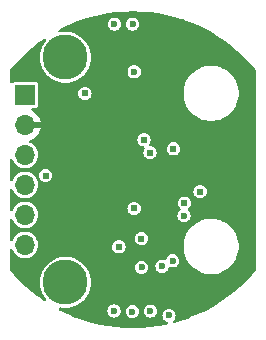
<source format=gbr>
%TF.GenerationSoftware,KiCad,Pcbnew,8.0.4-8.0.4-0~ubuntu22.04.1*%
%TF.CreationDate,2024-08-31T09:44:10-07:00*%
%TF.ProjectId,mag-encoder,6d61672d-656e-4636-9f64-65722e6b6963,2*%
%TF.SameCoordinates,Original*%
%TF.FileFunction,Copper,L2,Inr*%
%TF.FilePolarity,Positive*%
%FSLAX46Y46*%
G04 Gerber Fmt 4.6, Leading zero omitted, Abs format (unit mm)*
G04 Created by KiCad (PCBNEW 8.0.4-8.0.4-0~ubuntu22.04.1) date 2024-08-31 09:44:10*
%MOMM*%
%LPD*%
G01*
G04 APERTURE LIST*
%TA.AperFunction,ComponentPad*%
%ADD10C,3.810000*%
%TD*%
%TA.AperFunction,ComponentPad*%
%ADD11R,1.700000X1.700000*%
%TD*%
%TA.AperFunction,ComponentPad*%
%ADD12O,1.700000X1.700000*%
%TD*%
%TA.AperFunction,ViaPad*%
%ADD13C,0.600000*%
%TD*%
%TA.AperFunction,ViaPad*%
%ADD14C,0.609600*%
%TD*%
G04 APERTURE END LIST*
D10*
%TO.N,*%
%TO.C,H1*%
X224840800Y-114046000D03*
%TD*%
D11*
%TO.N,GND*%
%TO.C,J1*%
X221411800Y-117221000D03*
D12*
%TO.N,+3.3V*%
X221411800Y-119761000D03*
%TO.N,/CS*%
X221411800Y-122301000D03*
%TO.N,/MOSI*%
X221411800Y-124841000D03*
%TO.N,/MISO*%
X221411800Y-127381000D03*
%TO.N,/SCLK*%
X221411800Y-129921000D03*
%TD*%
D10*
%TO.N,*%
%TO.C,H2*%
X224840800Y-133096000D03*
%TD*%
D13*
%TO.N,+3.3V*%
X232689400Y-111175800D03*
D14*
X233464100Y-125260100D03*
X231317800Y-125984000D03*
D13*
X233248200Y-134518400D03*
X228473000Y-115417600D03*
%TO.N,GND*%
X230657400Y-115265200D03*
D14*
X226491800Y-117094000D03*
X232003600Y-122097800D03*
D13*
X228955600Y-135509000D03*
X232029000Y-135509000D03*
D14*
X233984800Y-121793000D03*
D13*
%TO.N,+5V*%
X230530400Y-111226600D03*
%TO.N,Net-(D4-A)*%
X231292400Y-131826000D03*
%TO.N,Net-(D1-K)*%
X228981000Y-111226600D03*
%TO.N,Net-(D3-A)*%
X233924399Y-131273400D03*
%TO.N,Net-(D4-K)*%
X230505000Y-135559800D03*
D14*
X229368646Y-130086100D03*
X231267000Y-129387600D03*
%TO.N,/A*%
X223157754Y-124046954D03*
%TO.N,/B*%
X236245400Y-125412501D03*
%TO.N,/PWM*%
X234911727Y-126377562D03*
D13*
%TO.N,Net-(Q1-D)*%
X233603800Y-135890000D03*
%TO.N,Net-(Q1-G)*%
X234883106Y-127441105D03*
%TO.N,Net-(D5-A)*%
X233019600Y-131724400D03*
D14*
%TO.N,/MISO*%
X231495600Y-121031000D03*
X230657400Y-126822200D03*
%TD*%
%TA.AperFunction,Conductor*%
%TO.N,+3.3V*%
G36*
X231263939Y-110169733D02*
G01*
X231270471Y-110170079D01*
X231973341Y-110226166D01*
X231979872Y-110226862D01*
X232678775Y-110320167D01*
X232685272Y-110321210D01*
X233378224Y-110451465D01*
X233384633Y-110452847D01*
X234069741Y-110619697D01*
X234076031Y-110621407D01*
X234634545Y-110789277D01*
X234751293Y-110824368D01*
X234757544Y-110826429D01*
X235089309Y-110945679D01*
X235421081Y-111064933D01*
X235427198Y-111067316D01*
X235805895Y-111226601D01*
X236077126Y-111340684D01*
X236083124Y-111343396D01*
X236717654Y-111650876D01*
X236723496Y-111653902D01*
X237217818Y-111926731D01*
X237340772Y-111994592D01*
X237346444Y-111997921D01*
X237944831Y-112370922D01*
X237950297Y-112374535D01*
X238094404Y-112475360D01*
X238528022Y-112778743D01*
X238533313Y-112782658D01*
X238710674Y-112921329D01*
X239088793Y-113216964D01*
X239093834Y-113221126D01*
X239370338Y-113462012D01*
X239625474Y-113684283D01*
X239630315Y-113688731D01*
X239712634Y-113768514D01*
X240136626Y-114179444D01*
X240141229Y-114184148D01*
X240620788Y-114701033D01*
X240625135Y-114705975D01*
X240785313Y-114898136D01*
X240863439Y-114991862D01*
X240940549Y-115084368D01*
X240968353Y-115148467D01*
X240969300Y-115163764D01*
X240969300Y-131977739D01*
X240949615Y-132044778D01*
X240940439Y-132057266D01*
X240625188Y-132434408D01*
X240620843Y-132439334D01*
X240141037Y-132955165D01*
X240136438Y-132959855D01*
X239629944Y-133449598D01*
X239625102Y-133454037D01*
X239093413Y-133916245D01*
X239088343Y-133920422D01*
X238532919Y-134353828D01*
X238527635Y-134357731D01*
X237950026Y-134761126D01*
X237944543Y-134764743D01*
X237346393Y-135136975D01*
X237340726Y-135140297D01*
X236723695Y-135480335D01*
X236717860Y-135483352D01*
X236083693Y-135790236D01*
X236077706Y-135792940D01*
X235428155Y-136065819D01*
X235422051Y-136068194D01*
X234901394Y-136255148D01*
X234758994Y-136306281D01*
X234752755Y-136308336D01*
X234113350Y-136500365D01*
X234043482Y-136500795D01*
X233984473Y-136463383D01*
X233955057Y-136400007D01*
X233964575Y-136330789D01*
X233994841Y-136292535D01*
X233993527Y-136291221D01*
X233999269Y-136285477D01*
X233999274Y-136285474D01*
X234088155Y-136169643D01*
X234144028Y-136034754D01*
X234156732Y-135938251D01*
X234163085Y-135890001D01*
X234163085Y-135889998D01*
X234144028Y-135745247D01*
X234144028Y-135745246D01*
X234088155Y-135610358D01*
X233999274Y-135494526D01*
X233883443Y-135405645D01*
X233883440Y-135405644D01*
X233883438Y-135405642D01*
X233748557Y-135349773D01*
X233748552Y-135349771D01*
X233603801Y-135330715D01*
X233603799Y-135330715D01*
X233459047Y-135349771D01*
X233459045Y-135349772D01*
X233324161Y-135405643D01*
X233324158Y-135405644D01*
X233324158Y-135405645D01*
X233311905Y-135415047D01*
X233208326Y-135494526D01*
X233119443Y-135610361D01*
X233063572Y-135745245D01*
X233063571Y-135745247D01*
X233044515Y-135889998D01*
X233044515Y-135890001D01*
X233063571Y-136034752D01*
X233063573Y-136034757D01*
X233119442Y-136169638D01*
X233119445Y-136169644D01*
X233208325Y-136285473D01*
X233208326Y-136285474D01*
X233324155Y-136374354D01*
X233324161Y-136374357D01*
X233460514Y-136430836D01*
X233514918Y-136474677D01*
X233536983Y-136540971D01*
X233519704Y-136608670D01*
X233468567Y-136656281D01*
X233442388Y-136665879D01*
X233387127Y-136679330D01*
X233380707Y-136680714D01*
X232688310Y-136810857D01*
X232681824Y-136811899D01*
X231983508Y-136905192D01*
X231976976Y-136905889D01*
X231274699Y-136962070D01*
X231268140Y-136962420D01*
X230563890Y-136981332D01*
X230557321Y-136981335D01*
X229853021Y-136962925D01*
X229846461Y-136962579D01*
X229144162Y-136906901D01*
X229137630Y-136906209D01*
X228439231Y-136813413D01*
X228432744Y-136812375D01*
X227740273Y-136682730D01*
X227733851Y-136681351D01*
X227049191Y-136515211D01*
X227042851Y-136513493D01*
X226367959Y-136311333D01*
X226361718Y-136309282D01*
X225698491Y-136071669D01*
X225692368Y-136069291D01*
X225042629Y-135796880D01*
X225036640Y-135794180D01*
X225025179Y-135788644D01*
X224827272Y-135693048D01*
X224446245Y-135508998D01*
X228396315Y-135508998D01*
X228396315Y-135509001D01*
X228415371Y-135653752D01*
X228415373Y-135653757D01*
X228471242Y-135788638D01*
X228471245Y-135788644D01*
X228560125Y-135904473D01*
X228560126Y-135904474D01*
X228675955Y-135993354D01*
X228675961Y-135993357D01*
X228743401Y-136021291D01*
X228810846Y-136049228D01*
X228883223Y-136058756D01*
X228955599Y-136068285D01*
X228955600Y-136068285D01*
X228955601Y-136068285D01*
X229003851Y-136061932D01*
X229100354Y-136049228D01*
X229235243Y-135993355D01*
X229351074Y-135904474D01*
X229439955Y-135788643D01*
X229495828Y-135653754D01*
X229508197Y-135559798D01*
X229945715Y-135559798D01*
X229945715Y-135559801D01*
X229964771Y-135704552D01*
X229964773Y-135704557D01*
X230020642Y-135839438D01*
X230020645Y-135839444D01*
X230109525Y-135955273D01*
X230109526Y-135955274D01*
X230225355Y-136044154D01*
X230225361Y-136044157D01*
X230289102Y-136070559D01*
X230360246Y-136100028D01*
X230432623Y-136109556D01*
X230504999Y-136119085D01*
X230505000Y-136119085D01*
X230505001Y-136119085D01*
X230553251Y-136112732D01*
X230649754Y-136100028D01*
X230784643Y-136044155D01*
X230900474Y-135955274D01*
X230989355Y-135839443D01*
X231045228Y-135704554D01*
X231064285Y-135559800D01*
X231057597Y-135508998D01*
X231469715Y-135508998D01*
X231469715Y-135509001D01*
X231488771Y-135653752D01*
X231488773Y-135653757D01*
X231544642Y-135788638D01*
X231544645Y-135788644D01*
X231633525Y-135904473D01*
X231633526Y-135904474D01*
X231749355Y-135993354D01*
X231749361Y-135993357D01*
X231816801Y-136021291D01*
X231884246Y-136049228D01*
X231956623Y-136058756D01*
X232028999Y-136068285D01*
X232029000Y-136068285D01*
X232029001Y-136068285D01*
X232077251Y-136061932D01*
X232173754Y-136049228D01*
X232308643Y-135993355D01*
X232424474Y-135904474D01*
X232513355Y-135788643D01*
X232569228Y-135653754D01*
X232588285Y-135509000D01*
X232586379Y-135494526D01*
X232569228Y-135364247D01*
X232569228Y-135364246D01*
X232513355Y-135229358D01*
X232424474Y-135113526D01*
X232308643Y-135024645D01*
X232308640Y-135024644D01*
X232308638Y-135024642D01*
X232173757Y-134968773D01*
X232173752Y-134968771D01*
X232029001Y-134949715D01*
X232028999Y-134949715D01*
X231884247Y-134968771D01*
X231884245Y-134968772D01*
X231749361Y-135024643D01*
X231749358Y-135024644D01*
X231749358Y-135024645D01*
X231633526Y-135113526D01*
X231555455Y-135215271D01*
X231544643Y-135229361D01*
X231488772Y-135364245D01*
X231488771Y-135364247D01*
X231469715Y-135508998D01*
X231057597Y-135508998D01*
X231045228Y-135415046D01*
X230989355Y-135280158D01*
X230900474Y-135164326D01*
X230784643Y-135075445D01*
X230784640Y-135075444D01*
X230784638Y-135075442D01*
X230649757Y-135019573D01*
X230649752Y-135019571D01*
X230505001Y-135000515D01*
X230504999Y-135000515D01*
X230360247Y-135019571D01*
X230360245Y-135019572D01*
X230225361Y-135075443D01*
X230225358Y-135075444D01*
X230225358Y-135075445D01*
X230145171Y-135136975D01*
X230109526Y-135164326D01*
X230020643Y-135280161D01*
X229964772Y-135415045D01*
X229964771Y-135415047D01*
X229945715Y-135559798D01*
X229508197Y-135559798D01*
X229514885Y-135509000D01*
X229512979Y-135494526D01*
X229495828Y-135364247D01*
X229495828Y-135364246D01*
X229439955Y-135229358D01*
X229351074Y-135113526D01*
X229235243Y-135024645D01*
X229235240Y-135024644D01*
X229235238Y-135024642D01*
X229100357Y-134968773D01*
X229100352Y-134968771D01*
X228955601Y-134949715D01*
X228955599Y-134949715D01*
X228810847Y-134968771D01*
X228810845Y-134968772D01*
X228675961Y-135024643D01*
X228675958Y-135024644D01*
X228675958Y-135024645D01*
X228560126Y-135113526D01*
X228482055Y-135215271D01*
X228471243Y-135229361D01*
X228415372Y-135364245D01*
X228415371Y-135364247D01*
X228396315Y-135508998D01*
X224446245Y-135508998D01*
X224402254Y-135487749D01*
X224396416Y-135484736D01*
X224393900Y-135483352D01*
X224328600Y-135447426D01*
X224279352Y-135397864D01*
X224264717Y-135329545D01*
X224289341Y-135264158D01*
X224345407Y-135222464D01*
X224405252Y-135215938D01*
X224663469Y-135251429D01*
X224693085Y-135255500D01*
X224693086Y-135255500D01*
X224988515Y-135255500D01*
X225020068Y-135251163D01*
X225281190Y-135215273D01*
X225565662Y-135135567D01*
X225821030Y-135024645D01*
X225836630Y-135017869D01*
X225836632Y-135017868D01*
X226089051Y-134864369D01*
X226318218Y-134677928D01*
X226519863Y-134462019D01*
X226690230Y-134220663D01*
X226826146Y-133958357D01*
X226925079Y-133679988D01*
X226985185Y-133390739D01*
X227005346Y-133096000D01*
X226985185Y-132801261D01*
X226925079Y-132512012D01*
X226913099Y-132478305D01*
X226826147Y-132233646D01*
X226826148Y-132233646D01*
X226690229Y-131971335D01*
X226690225Y-131971329D01*
X226587640Y-131825998D01*
X230733115Y-131825998D01*
X230733115Y-131826001D01*
X230752171Y-131970752D01*
X230752173Y-131970757D01*
X230808042Y-132105638D01*
X230808045Y-132105644D01*
X230896925Y-132221473D01*
X230896926Y-132221474D01*
X231012755Y-132310354D01*
X231012761Y-132310357D01*
X231080201Y-132338291D01*
X231147646Y-132366228D01*
X231210995Y-132374568D01*
X231292399Y-132385285D01*
X231292400Y-132385285D01*
X231292401Y-132385285D01*
X231340651Y-132378932D01*
X231437154Y-132366228D01*
X231572043Y-132310355D01*
X231687874Y-132221474D01*
X231776755Y-132105643D01*
X231832628Y-131970754D01*
X231851685Y-131826000D01*
X231849669Y-131810690D01*
X231838309Y-131724398D01*
X232460315Y-131724398D01*
X232460315Y-131724401D01*
X232479371Y-131869152D01*
X232479373Y-131869157D01*
X232535242Y-132004038D01*
X232535245Y-132004044D01*
X232624125Y-132119873D01*
X232624126Y-132119874D01*
X232739955Y-132208754D01*
X232739961Y-132208757D01*
X232770663Y-132221474D01*
X232874846Y-132264628D01*
X232947223Y-132274156D01*
X233019599Y-132283685D01*
X233019600Y-132283685D01*
X233019601Y-132283685D01*
X233067851Y-132277332D01*
X233164354Y-132264628D01*
X233299243Y-132208755D01*
X233415074Y-132119874D01*
X233503955Y-132004043D01*
X233559828Y-131869154D01*
X233559827Y-131869154D01*
X233562938Y-131861646D01*
X233565377Y-131862656D01*
X233594933Y-131814150D01*
X233657774Y-131783610D01*
X233725810Y-131791328D01*
X233779645Y-131813628D01*
X233852022Y-131823156D01*
X233924398Y-131832685D01*
X233924399Y-131832685D01*
X233924400Y-131832685D01*
X233975192Y-131825998D01*
X234069153Y-131813628D01*
X234204042Y-131757755D01*
X234319873Y-131668874D01*
X234408754Y-131553043D01*
X234464627Y-131418154D01*
X234483684Y-131273400D01*
X234464627Y-131128646D01*
X234408754Y-130993758D01*
X234319873Y-130877926D01*
X234204042Y-130789045D01*
X234204039Y-130789044D01*
X234204037Y-130789042D01*
X234069156Y-130733173D01*
X234069151Y-130733171D01*
X233924400Y-130714115D01*
X233924398Y-130714115D01*
X233779646Y-130733171D01*
X233779644Y-130733172D01*
X233644760Y-130789043D01*
X233644757Y-130789044D01*
X233644757Y-130789045D01*
X233528925Y-130877926D01*
X233453113Y-130976727D01*
X233440042Y-130993761D01*
X233414083Y-131056433D01*
X233384172Y-131128645D01*
X233381061Y-131136155D01*
X233378626Y-131135146D01*
X233349032Y-131183680D01*
X233286178Y-131214196D01*
X233218188Y-131206471D01*
X233164354Y-131184172D01*
X233164351Y-131184171D01*
X233164352Y-131184171D01*
X233019601Y-131165115D01*
X233019599Y-131165115D01*
X232874847Y-131184171D01*
X232874845Y-131184172D01*
X232739961Y-131240043D01*
X232739958Y-131240044D01*
X232739958Y-131240045D01*
X232624126Y-131328926D01*
X232555661Y-131418152D01*
X232535243Y-131444761D01*
X232479372Y-131579645D01*
X232479371Y-131579647D01*
X232460315Y-131724398D01*
X231838309Y-131724398D01*
X231832628Y-131681247D01*
X231832628Y-131681246D01*
X231776755Y-131546358D01*
X231687874Y-131430526D01*
X231572043Y-131341645D01*
X231572040Y-131341644D01*
X231572038Y-131341642D01*
X231437157Y-131285773D01*
X231437152Y-131285771D01*
X231292401Y-131266715D01*
X231292399Y-131266715D01*
X231147647Y-131285771D01*
X231147645Y-131285772D01*
X231012761Y-131341643D01*
X231012758Y-131341644D01*
X231012758Y-131341645D01*
X230913052Y-131418152D01*
X230896926Y-131430526D01*
X230808043Y-131546361D01*
X230752172Y-131681245D01*
X230752171Y-131681247D01*
X230733115Y-131825998D01*
X226587640Y-131825998D01*
X226519865Y-131729983D01*
X226318214Y-131514068D01*
X226089057Y-131327635D01*
X226089046Y-131327628D01*
X225836630Y-131174130D01*
X225565665Y-131056434D01*
X225565663Y-131056433D01*
X225565662Y-131056433D01*
X225455262Y-131025500D01*
X225281195Y-130976728D01*
X225281191Y-130976727D01*
X225281190Y-130976727D01*
X225134852Y-130956613D01*
X224988515Y-130936500D01*
X224988514Y-130936500D01*
X224693086Y-130936500D01*
X224693085Y-130936500D01*
X224400410Y-130976727D01*
X224400404Y-130976728D01*
X224115934Y-131056434D01*
X223844969Y-131174130D01*
X223592553Y-131327628D01*
X223592542Y-131327635D01*
X223363385Y-131514068D01*
X223161734Y-131729983D01*
X222991374Y-131971329D01*
X222991370Y-131971335D01*
X222855452Y-132233646D01*
X222756522Y-132512006D01*
X222756521Y-132512009D01*
X222696414Y-132801266D01*
X222676254Y-133096000D01*
X222696414Y-133390733D01*
X222756521Y-133679990D01*
X222756522Y-133679993D01*
X222855452Y-133958353D01*
X222855451Y-133958353D01*
X222991370Y-134220664D01*
X222991374Y-134220670D01*
X223161734Y-134462017D01*
X223164408Y-134465303D01*
X223163611Y-134465951D01*
X223192884Y-134524218D01*
X223185518Y-134593699D01*
X223141756Y-134648166D01*
X223075495Y-134670328D01*
X223007770Y-134653149D01*
X222999960Y-134648126D01*
X222822269Y-134524218D01*
X222591687Y-134363427D01*
X222586402Y-134359530D01*
X222408186Y-134220670D01*
X222030662Y-133926515D01*
X222025591Y-133922343D01*
X221493561Y-133460505D01*
X221488716Y-133456070D01*
X220981881Y-132966699D01*
X220977278Y-132962012D01*
X220497097Y-132446514D01*
X220492748Y-132441591D01*
X220171217Y-132057494D01*
X220143279Y-131993453D01*
X220142300Y-131977899D01*
X220142300Y-130376628D01*
X220161985Y-130309589D01*
X220214789Y-130263834D01*
X220283947Y-130253890D01*
X220347503Y-130282915D01*
X220377300Y-130321356D01*
X220468712Y-130504935D01*
X220592069Y-130668287D01*
X220743337Y-130806185D01*
X220743339Y-130806187D01*
X220917369Y-130913942D01*
X220917375Y-130913945D01*
X220957810Y-130929609D01*
X221108244Y-130987888D01*
X221309453Y-131025500D01*
X221309456Y-131025500D01*
X221514144Y-131025500D01*
X221514147Y-131025500D01*
X221715356Y-130987888D01*
X221906227Y-130913944D01*
X222080262Y-130806186D01*
X222231532Y-130668285D01*
X222354888Y-130504935D01*
X222446128Y-130321701D01*
X222502145Y-130124821D01*
X222505733Y-130086098D01*
X228804520Y-130086098D01*
X228804520Y-130086101D01*
X228823741Y-130232105D01*
X228823742Y-130232107D01*
X228860853Y-130321701D01*
X228880099Y-130368163D01*
X228969749Y-130484997D01*
X229086583Y-130574647D01*
X229222639Y-130631004D01*
X229295642Y-130640615D01*
X229368645Y-130650226D01*
X229368646Y-130650226D01*
X229368647Y-130650226D01*
X229417315Y-130643818D01*
X229514653Y-130631004D01*
X229650709Y-130574647D01*
X229767543Y-130484997D01*
X229857193Y-130368163D01*
X229913550Y-130232107D01*
X229932772Y-130086100D01*
X229913550Y-129940093D01*
X229857193Y-129804037D01*
X229767543Y-129687203D01*
X229650709Y-129597553D01*
X229650705Y-129597551D01*
X229514653Y-129541196D01*
X229514651Y-129541195D01*
X229368647Y-129521974D01*
X229368645Y-129521974D01*
X229222640Y-129541195D01*
X229222638Y-129541196D01*
X229086586Y-129597551D01*
X228969749Y-129687203D01*
X228880097Y-129804040D01*
X228823742Y-129940092D01*
X228823741Y-129940094D01*
X228804520Y-130086098D01*
X222505733Y-130086098D01*
X222521032Y-129921000D01*
X222502145Y-129717179D01*
X222446128Y-129520299D01*
X222380051Y-129387598D01*
X230702874Y-129387598D01*
X230702874Y-129387601D01*
X230722095Y-129533605D01*
X230722096Y-129533607D01*
X230748583Y-129597553D01*
X230778453Y-129669663D01*
X230868103Y-129786497D01*
X230984937Y-129876147D01*
X231120993Y-129932504D01*
X231193996Y-129942115D01*
X231266999Y-129951726D01*
X231267000Y-129951726D01*
X231267001Y-129951726D01*
X231315669Y-129945318D01*
X231413007Y-129932504D01*
X231496477Y-129897929D01*
X234842300Y-129897929D01*
X234842300Y-130204070D01*
X234842301Y-130204086D01*
X234882260Y-130507607D01*
X234961502Y-130803340D01*
X235078654Y-131086173D01*
X235078662Y-131086189D01*
X235231731Y-131351310D01*
X235231742Y-131351326D01*
X235418109Y-131594204D01*
X235418115Y-131594211D01*
X235634588Y-131810684D01*
X235634595Y-131810690D01*
X235710784Y-131869152D01*
X235877482Y-131997064D01*
X235877489Y-131997068D01*
X236142610Y-132150137D01*
X236142626Y-132150145D01*
X236425459Y-132267297D01*
X236425461Y-132267297D01*
X236425467Y-132267300D01*
X236721189Y-132346539D01*
X237024723Y-132386500D01*
X237024730Y-132386500D01*
X237330870Y-132386500D01*
X237330877Y-132386500D01*
X237634411Y-132346539D01*
X237930133Y-132267300D01*
X238040770Y-132221473D01*
X238212973Y-132150145D01*
X238212976Y-132150143D01*
X238212982Y-132150141D01*
X238478118Y-131997064D01*
X238721006Y-131810689D01*
X238937489Y-131594206D01*
X239123864Y-131351318D01*
X239276941Y-131086182D01*
X239289264Y-131056433D01*
X239394097Y-130803340D01*
X239394096Y-130803340D01*
X239394100Y-130803333D01*
X239473339Y-130507611D01*
X239513300Y-130204077D01*
X239513300Y-129897923D01*
X239473339Y-129594389D01*
X239394100Y-129298667D01*
X239370460Y-129241594D01*
X239276945Y-129015826D01*
X239276937Y-129015810D01*
X239123868Y-128750689D01*
X239123864Y-128750682D01*
X238937489Y-128507794D01*
X238937484Y-128507788D01*
X238721011Y-128291315D01*
X238721004Y-128291309D01*
X238478126Y-128104942D01*
X238478124Y-128104940D01*
X238478118Y-128104936D01*
X238478113Y-128104933D01*
X238478110Y-128104931D01*
X238212989Y-127951862D01*
X238212973Y-127951854D01*
X237930140Y-127834702D01*
X237732350Y-127781704D01*
X237634411Y-127755461D01*
X237634410Y-127755460D01*
X237634407Y-127755460D01*
X237330886Y-127715501D01*
X237330883Y-127715500D01*
X237330877Y-127715500D01*
X237024723Y-127715500D01*
X237024717Y-127715500D01*
X237024713Y-127715501D01*
X236721192Y-127755460D01*
X236425459Y-127834702D01*
X236142626Y-127951854D01*
X236142610Y-127951862D01*
X235877489Y-128104931D01*
X235877473Y-128104942D01*
X235634595Y-128291309D01*
X235634588Y-128291315D01*
X235418115Y-128507788D01*
X235418109Y-128507795D01*
X235231742Y-128750673D01*
X235231731Y-128750689D01*
X235078662Y-129015810D01*
X235078654Y-129015826D01*
X234961502Y-129298659D01*
X234882260Y-129594392D01*
X234842301Y-129897913D01*
X234842300Y-129897929D01*
X231496477Y-129897929D01*
X231549063Y-129876147D01*
X231665897Y-129786497D01*
X231755547Y-129669663D01*
X231811904Y-129533607D01*
X231831126Y-129387600D01*
X231811904Y-129241593D01*
X231755547Y-129105537D01*
X231665897Y-128988703D01*
X231549063Y-128899053D01*
X231549059Y-128899051D01*
X231413007Y-128842696D01*
X231413005Y-128842695D01*
X231267001Y-128823474D01*
X231266999Y-128823474D01*
X231120994Y-128842695D01*
X231120992Y-128842696D01*
X230984940Y-128899051D01*
X230984937Y-128899052D01*
X230984937Y-128899053D01*
X230868103Y-128988703D01*
X230831954Y-129035814D01*
X230778451Y-129105540D01*
X230722096Y-129241592D01*
X230722095Y-129241594D01*
X230702874Y-129387598D01*
X222380051Y-129387598D01*
X222354888Y-129337065D01*
X222231532Y-129173715D01*
X222231530Y-129173712D01*
X222080262Y-129035814D01*
X222080260Y-129035812D01*
X221906230Y-128928057D01*
X221906224Y-128928054D01*
X221755793Y-128869777D01*
X221715356Y-128854112D01*
X221514147Y-128816500D01*
X221309453Y-128816500D01*
X221108244Y-128854112D01*
X221108241Y-128854112D01*
X221108241Y-128854113D01*
X220917375Y-128928054D01*
X220917369Y-128928057D01*
X220743339Y-129035812D01*
X220743337Y-129035814D01*
X220592069Y-129173712D01*
X220468712Y-129337064D01*
X220377300Y-129520643D01*
X220329797Y-129571880D01*
X220262134Y-129589301D01*
X220195794Y-129567375D01*
X220151839Y-129513064D01*
X220142300Y-129465371D01*
X220142300Y-127836628D01*
X220161985Y-127769589D01*
X220214789Y-127723834D01*
X220283947Y-127713890D01*
X220347503Y-127742915D01*
X220377300Y-127781356D01*
X220468712Y-127964935D01*
X220592069Y-128128287D01*
X220743337Y-128266185D01*
X220743339Y-128266187D01*
X220917369Y-128373942D01*
X220917375Y-128373945D01*
X220957810Y-128389609D01*
X221108244Y-128447888D01*
X221309453Y-128485500D01*
X221309456Y-128485500D01*
X221514144Y-128485500D01*
X221514147Y-128485500D01*
X221715356Y-128447888D01*
X221906227Y-128373944D01*
X222080262Y-128266186D01*
X222231532Y-128128285D01*
X222354888Y-127964935D01*
X222446128Y-127781701D01*
X222502145Y-127584821D01*
X222515463Y-127441103D01*
X234323821Y-127441103D01*
X234323821Y-127441106D01*
X234342877Y-127585857D01*
X234342879Y-127585862D01*
X234398748Y-127720743D01*
X234398751Y-127720749D01*
X234487631Y-127836578D01*
X234487632Y-127836579D01*
X234603461Y-127925459D01*
X234603467Y-127925462D01*
X234667184Y-127951854D01*
X234738352Y-127981333D01*
X234810729Y-127990861D01*
X234883105Y-128000390D01*
X234883106Y-128000390D01*
X234883107Y-128000390D01*
X234931357Y-127994037D01*
X235027860Y-127981333D01*
X235162749Y-127925460D01*
X235278580Y-127836579D01*
X235367461Y-127720748D01*
X235423334Y-127585859D01*
X235442391Y-127441105D01*
X235423334Y-127296351D01*
X235367461Y-127161463D01*
X235278580Y-127045631D01*
X235278577Y-127045629D01*
X235278576Y-127045627D01*
X235247411Y-127021713D01*
X235206208Y-126965285D01*
X235202054Y-126895539D01*
X235236267Y-126834619D01*
X235247398Y-126824973D01*
X235310624Y-126776459D01*
X235400274Y-126659625D01*
X235456631Y-126523569D01*
X235474471Y-126388057D01*
X235475853Y-126377563D01*
X235475853Y-126377560D01*
X235456631Y-126231556D01*
X235456631Y-126231555D01*
X235400274Y-126095499D01*
X235310624Y-125978665D01*
X235193790Y-125889015D01*
X235193786Y-125889013D01*
X235057734Y-125832658D01*
X235057732Y-125832657D01*
X234911728Y-125813436D01*
X234911726Y-125813436D01*
X234765721Y-125832657D01*
X234765719Y-125832658D01*
X234629667Y-125889013D01*
X234629664Y-125889014D01*
X234629664Y-125889015D01*
X234540538Y-125957404D01*
X234512830Y-125978665D01*
X234423178Y-126095502D01*
X234366823Y-126231554D01*
X234366822Y-126231556D01*
X234347601Y-126377560D01*
X234347601Y-126377563D01*
X234366822Y-126523567D01*
X234366823Y-126523569D01*
X234412447Y-126633715D01*
X234423180Y-126659625D01*
X234512830Y-126776459D01*
X234533571Y-126792374D01*
X234547421Y-126803002D01*
X234588623Y-126859430D01*
X234592778Y-126929176D01*
X234558565Y-126990096D01*
X234547422Y-126999752D01*
X234487633Y-127045630D01*
X234398749Y-127161466D01*
X234342878Y-127296350D01*
X234342877Y-127296352D01*
X234323821Y-127441103D01*
X222515463Y-127441103D01*
X222521032Y-127381000D01*
X222502145Y-127177179D01*
X222446128Y-126980299D01*
X222367403Y-126822198D01*
X230093274Y-126822198D01*
X230093274Y-126822201D01*
X230112495Y-126968205D01*
X230112496Y-126968207D01*
X230146086Y-127049301D01*
X230168853Y-127104263D01*
X230258503Y-127221097D01*
X230375337Y-127310747D01*
X230511393Y-127367104D01*
X230584396Y-127376715D01*
X230657399Y-127386326D01*
X230657400Y-127386326D01*
X230657401Y-127386326D01*
X230706069Y-127379918D01*
X230803407Y-127367104D01*
X230939463Y-127310747D01*
X231056297Y-127221097D01*
X231145947Y-127104263D01*
X231202304Y-126968207D01*
X231219891Y-126834619D01*
X231221526Y-126822201D01*
X231221526Y-126822198D01*
X231202304Y-126676194D01*
X231202304Y-126676193D01*
X231145947Y-126540137D01*
X231056297Y-126423303D01*
X230939463Y-126333653D01*
X230939459Y-126333651D01*
X230803407Y-126277296D01*
X230803405Y-126277295D01*
X230657401Y-126258074D01*
X230657399Y-126258074D01*
X230511394Y-126277295D01*
X230511392Y-126277296D01*
X230375340Y-126333651D01*
X230375337Y-126333652D01*
X230375337Y-126333653D01*
X230258503Y-126423303D01*
X230168851Y-126540140D01*
X230112496Y-126676192D01*
X230112495Y-126676194D01*
X230093274Y-126822198D01*
X222367403Y-126822198D01*
X222354888Y-126797065D01*
X222231532Y-126633715D01*
X222231530Y-126633712D01*
X222080262Y-126495814D01*
X222080260Y-126495812D01*
X221906230Y-126388057D01*
X221906224Y-126388054D01*
X221755793Y-126329777D01*
X221715356Y-126314112D01*
X221514147Y-126276500D01*
X221309453Y-126276500D01*
X221108244Y-126314112D01*
X221108241Y-126314112D01*
X221108241Y-126314113D01*
X220917375Y-126388054D01*
X220917369Y-126388057D01*
X220743339Y-126495812D01*
X220743337Y-126495814D01*
X220592069Y-126633712D01*
X220468712Y-126797064D01*
X220377300Y-126980643D01*
X220329797Y-127031880D01*
X220262134Y-127049301D01*
X220195794Y-127027375D01*
X220151839Y-126973064D01*
X220142300Y-126925371D01*
X220142300Y-125296628D01*
X220161985Y-125229589D01*
X220214789Y-125183834D01*
X220283947Y-125173890D01*
X220347503Y-125202915D01*
X220377300Y-125241356D01*
X220468712Y-125424935D01*
X220592069Y-125588287D01*
X220743337Y-125726185D01*
X220743339Y-125726187D01*
X220917369Y-125833942D01*
X220917375Y-125833945D01*
X220957810Y-125849609D01*
X221108244Y-125907888D01*
X221309453Y-125945500D01*
X221309456Y-125945500D01*
X221514144Y-125945500D01*
X221514147Y-125945500D01*
X221715356Y-125907888D01*
X221906227Y-125833944D01*
X222080262Y-125726186D01*
X222231532Y-125588285D01*
X222354888Y-125424935D01*
X222361080Y-125412499D01*
X235681274Y-125412499D01*
X235681274Y-125412502D01*
X235700495Y-125558506D01*
X235700496Y-125558508D01*
X235756853Y-125694564D01*
X235846503Y-125811398D01*
X235963337Y-125901048D01*
X236099393Y-125957405D01*
X236172396Y-125967016D01*
X236245399Y-125976627D01*
X236245400Y-125976627D01*
X236245401Y-125976627D01*
X236294069Y-125970219D01*
X236391407Y-125957405D01*
X236527463Y-125901048D01*
X236644297Y-125811398D01*
X236733947Y-125694564D01*
X236790304Y-125558508D01*
X236809526Y-125412501D01*
X236790304Y-125266494D01*
X236733947Y-125130438D01*
X236644297Y-125013604D01*
X236527463Y-124923954D01*
X236527459Y-124923952D01*
X236391407Y-124867597D01*
X236391405Y-124867596D01*
X236245401Y-124848375D01*
X236245399Y-124848375D01*
X236099394Y-124867596D01*
X236099392Y-124867597D01*
X235963340Y-124923952D01*
X235846503Y-125013604D01*
X235756851Y-125130441D01*
X235700496Y-125266493D01*
X235700495Y-125266495D01*
X235681274Y-125412499D01*
X222361080Y-125412499D01*
X222446128Y-125241701D01*
X222502145Y-125044821D01*
X222521032Y-124841000D01*
X222502145Y-124637179D01*
X222446128Y-124440299D01*
X222354888Y-124257065D01*
X222231532Y-124093715D01*
X222231530Y-124093712D01*
X222180236Y-124046952D01*
X222593628Y-124046952D01*
X222593628Y-124046955D01*
X222612849Y-124192959D01*
X222612850Y-124192961D01*
X222669207Y-124329017D01*
X222758857Y-124445851D01*
X222875691Y-124535501D01*
X223011747Y-124591858D01*
X223084750Y-124601469D01*
X223157753Y-124611080D01*
X223157754Y-124611080D01*
X223157755Y-124611080D01*
X223206423Y-124604672D01*
X223303761Y-124591858D01*
X223439817Y-124535501D01*
X223556651Y-124445851D01*
X223646301Y-124329017D01*
X223702658Y-124192961D01*
X223721880Y-124046954D01*
X223702658Y-123900947D01*
X223646301Y-123764891D01*
X223556651Y-123648057D01*
X223439817Y-123558407D01*
X223439813Y-123558405D01*
X223303761Y-123502050D01*
X223303759Y-123502049D01*
X223157755Y-123482828D01*
X223157753Y-123482828D01*
X223011748Y-123502049D01*
X223011746Y-123502050D01*
X222875694Y-123558405D01*
X222758857Y-123648057D01*
X222669205Y-123764894D01*
X222612850Y-123900946D01*
X222612849Y-123900948D01*
X222593628Y-124046952D01*
X222180236Y-124046952D01*
X222080262Y-123955814D01*
X222080260Y-123955812D01*
X221906230Y-123848057D01*
X221906224Y-123848054D01*
X221755793Y-123789777D01*
X221715356Y-123774112D01*
X221514147Y-123736500D01*
X221309453Y-123736500D01*
X221108244Y-123774112D01*
X221108241Y-123774112D01*
X221108241Y-123774113D01*
X220917375Y-123848054D01*
X220917369Y-123848057D01*
X220743339Y-123955812D01*
X220743337Y-123955814D01*
X220592069Y-124093712D01*
X220468712Y-124257064D01*
X220377300Y-124440643D01*
X220329797Y-124491880D01*
X220262134Y-124509301D01*
X220195794Y-124487375D01*
X220151839Y-124433064D01*
X220142300Y-124385371D01*
X220142300Y-122756628D01*
X220161985Y-122689589D01*
X220214789Y-122643834D01*
X220283947Y-122633890D01*
X220347503Y-122662915D01*
X220377300Y-122701356D01*
X220468712Y-122884935D01*
X220592069Y-123048287D01*
X220743337Y-123186185D01*
X220743339Y-123186187D01*
X220917369Y-123293942D01*
X220917375Y-123293945D01*
X220957810Y-123309609D01*
X221108244Y-123367888D01*
X221309453Y-123405500D01*
X221309456Y-123405500D01*
X221514144Y-123405500D01*
X221514147Y-123405500D01*
X221715356Y-123367888D01*
X221906227Y-123293944D01*
X222080262Y-123186186D01*
X222231532Y-123048285D01*
X222354888Y-122884935D01*
X222446128Y-122701701D01*
X222502145Y-122504821D01*
X222521032Y-122301000D01*
X222519229Y-122281548D01*
X222510922Y-122191896D01*
X222502145Y-122097179D01*
X222446128Y-121900299D01*
X222354888Y-121717065D01*
X222258676Y-121589659D01*
X222231530Y-121553712D01*
X222080262Y-121415814D01*
X222080260Y-121415812D01*
X221906230Y-121308057D01*
X221906224Y-121308054D01*
X221830061Y-121278549D01*
X221774659Y-121235976D01*
X221751069Y-121170209D01*
X221766780Y-121102129D01*
X221816804Y-121053350D01*
X221842763Y-121043147D01*
X221875281Y-121034434D01*
X221875292Y-121034429D01*
X221882650Y-121030998D01*
X230931474Y-121030998D01*
X230931474Y-121031001D01*
X230950695Y-121177005D01*
X230950696Y-121177007D01*
X231003486Y-121304453D01*
X231007053Y-121313063D01*
X231096703Y-121429897D01*
X231213537Y-121519547D01*
X231349593Y-121575904D01*
X231454081Y-121589660D01*
X231517976Y-121617925D01*
X231556448Y-121676249D01*
X231557280Y-121746114D01*
X231536272Y-121788083D01*
X231515052Y-121815737D01*
X231515051Y-121815739D01*
X231458696Y-121951792D01*
X231458695Y-121951794D01*
X231439474Y-122097798D01*
X231439474Y-122097801D01*
X231458695Y-122243805D01*
X231458696Y-122243807D01*
X231515053Y-122379863D01*
X231604703Y-122496697D01*
X231721537Y-122586347D01*
X231857593Y-122642704D01*
X231930596Y-122652315D01*
X232003599Y-122661926D01*
X232003600Y-122661926D01*
X232003601Y-122661926D01*
X232052269Y-122655518D01*
X232149607Y-122642704D01*
X232285663Y-122586347D01*
X232402497Y-122496697D01*
X232492147Y-122379863D01*
X232548504Y-122243807D01*
X232567726Y-122097800D01*
X232567644Y-122097179D01*
X232548504Y-121951794D01*
X232548504Y-121951793D01*
X232492147Y-121815737D01*
X232474699Y-121792998D01*
X233420674Y-121792998D01*
X233420674Y-121793001D01*
X233439895Y-121939005D01*
X233439896Y-121939007D01*
X233496253Y-122075063D01*
X233585903Y-122191897D01*
X233702737Y-122281547D01*
X233838793Y-122337904D01*
X233911796Y-122347515D01*
X233984799Y-122357126D01*
X233984800Y-122357126D01*
X233984801Y-122357126D01*
X234033469Y-122350718D01*
X234130807Y-122337904D01*
X234266863Y-122281547D01*
X234383697Y-122191897D01*
X234473347Y-122075063D01*
X234529704Y-121939007D01*
X234548926Y-121793000D01*
X234542753Y-121746114D01*
X234529704Y-121646994D01*
X234529704Y-121646993D01*
X234473347Y-121510937D01*
X234383697Y-121394103D01*
X234266863Y-121304453D01*
X234266859Y-121304451D01*
X234130807Y-121248096D01*
X234130805Y-121248095D01*
X233984801Y-121228874D01*
X233984799Y-121228874D01*
X233838794Y-121248095D01*
X233838792Y-121248096D01*
X233702740Y-121304451D01*
X233702737Y-121304452D01*
X233702737Y-121304453D01*
X233585903Y-121394103D01*
X233496302Y-121510874D01*
X233496251Y-121510940D01*
X233439896Y-121646992D01*
X233439895Y-121646994D01*
X233420674Y-121792998D01*
X232474699Y-121792998D01*
X232402497Y-121698903D01*
X232285663Y-121609253D01*
X232285659Y-121609251D01*
X232149607Y-121552896D01*
X232149605Y-121552895D01*
X232045119Y-121539140D01*
X231981222Y-121510874D01*
X231942751Y-121452549D01*
X231941920Y-121382684D01*
X231962926Y-121340718D01*
X231984147Y-121313063D01*
X232040504Y-121177007D01*
X232059726Y-121031000D01*
X232040504Y-120884993D01*
X231984147Y-120748937D01*
X231894497Y-120632103D01*
X231777663Y-120542453D01*
X231777659Y-120542451D01*
X231641607Y-120486096D01*
X231641605Y-120486095D01*
X231495601Y-120466874D01*
X231495599Y-120466874D01*
X231349594Y-120486095D01*
X231349592Y-120486096D01*
X231213540Y-120542451D01*
X231096703Y-120632103D01*
X231007051Y-120748940D01*
X230950696Y-120884992D01*
X230950695Y-120884994D01*
X230931474Y-121030998D01*
X221882650Y-121030998D01*
X222089378Y-120934600D01*
X222282882Y-120799105D01*
X222449905Y-120632082D01*
X222585400Y-120438578D01*
X222685229Y-120224492D01*
X222685232Y-120224486D01*
X222742436Y-120011000D01*
X221844812Y-120011000D01*
X221877725Y-119953993D01*
X221911800Y-119826826D01*
X221911800Y-119695174D01*
X221877725Y-119568007D01*
X221844812Y-119511000D01*
X222742436Y-119511000D01*
X222742435Y-119510999D01*
X222685232Y-119297513D01*
X222685229Y-119297507D01*
X222585400Y-119083422D01*
X222585399Y-119083420D01*
X222449913Y-118889926D01*
X222449908Y-118889920D01*
X222282882Y-118722894D01*
X222089378Y-118587399D01*
X222034653Y-118561881D01*
X221982214Y-118515709D01*
X221963062Y-118448515D01*
X221983278Y-118381634D01*
X222036443Y-118336299D01*
X222087057Y-118325499D01*
X222286866Y-118325499D01*
X222361101Y-118310734D01*
X222445284Y-118254484D01*
X222501534Y-118170301D01*
X222516300Y-118096067D01*
X222516299Y-117093998D01*
X225927674Y-117093998D01*
X225927674Y-117094001D01*
X225946895Y-117240005D01*
X225946896Y-117240007D01*
X226003253Y-117376063D01*
X226092903Y-117492897D01*
X226209737Y-117582547D01*
X226345793Y-117638904D01*
X226418796Y-117648515D01*
X226491799Y-117658126D01*
X226491800Y-117658126D01*
X226491801Y-117658126D01*
X226540469Y-117651718D01*
X226637807Y-117638904D01*
X226773863Y-117582547D01*
X226890697Y-117492897D01*
X226980347Y-117376063D01*
X227036704Y-117240007D01*
X227055926Y-117094000D01*
X227036704Y-116947993D01*
X227032535Y-116937929D01*
X234842300Y-116937929D01*
X234842300Y-117244070D01*
X234842301Y-117244086D01*
X234882260Y-117547607D01*
X234961502Y-117843340D01*
X235078654Y-118126173D01*
X235078662Y-118126189D01*
X235231731Y-118391310D01*
X235231742Y-118391326D01*
X235418109Y-118634204D01*
X235418115Y-118634211D01*
X235634588Y-118850684D01*
X235634595Y-118850690D01*
X235721692Y-118917522D01*
X235877482Y-119037064D01*
X235877489Y-119037068D01*
X236142610Y-119190137D01*
X236142626Y-119190145D01*
X236425459Y-119307297D01*
X236425461Y-119307297D01*
X236425467Y-119307300D01*
X236721189Y-119386539D01*
X237024723Y-119426500D01*
X237024730Y-119426500D01*
X237330870Y-119426500D01*
X237330877Y-119426500D01*
X237634411Y-119386539D01*
X237930133Y-119307300D01*
X238041912Y-119261000D01*
X238212973Y-119190145D01*
X238212976Y-119190143D01*
X238212982Y-119190141D01*
X238478118Y-119037064D01*
X238721006Y-118850689D01*
X238937489Y-118634206D01*
X239123864Y-118391318D01*
X239276941Y-118126182D01*
X239289414Y-118096071D01*
X239394097Y-117843340D01*
X239394096Y-117843340D01*
X239394100Y-117843333D01*
X239473339Y-117547611D01*
X239513300Y-117244077D01*
X239513300Y-116937923D01*
X239473339Y-116634389D01*
X239394100Y-116338667D01*
X239394097Y-116338659D01*
X239276945Y-116055826D01*
X239276937Y-116055810D01*
X239123868Y-115790689D01*
X239123864Y-115790682D01*
X239024104Y-115660673D01*
X238937490Y-115547795D01*
X238937484Y-115547788D01*
X238721011Y-115331315D01*
X238721004Y-115331309D01*
X238478126Y-115144942D01*
X238478124Y-115144940D01*
X238478118Y-115144936D01*
X238478113Y-115144933D01*
X238478110Y-115144931D01*
X238212989Y-114991862D01*
X238212973Y-114991854D01*
X237930140Y-114874702D01*
X237911569Y-114869726D01*
X237634411Y-114795461D01*
X237634410Y-114795460D01*
X237634407Y-114795460D01*
X237330886Y-114755501D01*
X237330883Y-114755500D01*
X237330877Y-114755500D01*
X237024723Y-114755500D01*
X237024717Y-114755500D01*
X237024713Y-114755501D01*
X236721192Y-114795460D01*
X236425459Y-114874702D01*
X236142626Y-114991854D01*
X236142610Y-114991862D01*
X235877489Y-115144931D01*
X235877473Y-115144942D01*
X235634595Y-115331309D01*
X235634588Y-115331315D01*
X235418115Y-115547788D01*
X235418109Y-115547795D01*
X235231742Y-115790673D01*
X235231731Y-115790689D01*
X235078662Y-116055810D01*
X235078654Y-116055826D01*
X234961502Y-116338659D01*
X234882260Y-116634392D01*
X234842301Y-116937913D01*
X234842300Y-116937929D01*
X227032535Y-116937929D01*
X226980347Y-116811937D01*
X226890697Y-116695103D01*
X226773863Y-116605453D01*
X226773859Y-116605451D01*
X226637807Y-116549096D01*
X226637805Y-116549095D01*
X226491801Y-116529874D01*
X226491799Y-116529874D01*
X226345794Y-116549095D01*
X226345792Y-116549096D01*
X226209740Y-116605451D01*
X226092903Y-116695103D01*
X226003251Y-116811940D01*
X225946896Y-116947992D01*
X225946895Y-116947994D01*
X225927674Y-117093998D01*
X222516299Y-117093998D01*
X222516299Y-116345934D01*
X222501534Y-116271699D01*
X222482868Y-116243765D01*
X222445284Y-116187515D01*
X222394819Y-116153796D01*
X222361101Y-116131266D01*
X222361099Y-116131265D01*
X222361096Y-116131264D01*
X222286869Y-116116500D01*
X220536736Y-116116500D01*
X220462498Y-116131266D01*
X220378315Y-116187515D01*
X220369402Y-116200856D01*
X220315790Y-116245661D01*
X220246465Y-116254368D01*
X220183437Y-116224213D01*
X220146718Y-116164770D01*
X220142300Y-116131965D01*
X220142300Y-115163764D01*
X220161985Y-115096725D01*
X220171051Y-115084368D01*
X220486475Y-114705962D01*
X220490799Y-114701045D01*
X220970387Y-114184130D01*
X220974954Y-114179462D01*
X221481303Y-113688713D01*
X221486099Y-113684306D01*
X222017783Y-113221110D01*
X222022787Y-113216979D01*
X222578294Y-112782651D01*
X222583577Y-112778743D01*
X223017197Y-112475359D01*
X223083410Y-112453057D01*
X223151171Y-112470092D01*
X223198965Y-112521058D01*
X223211617Y-112589773D01*
X223185112Y-112654419D01*
X223178907Y-112661595D01*
X223161734Y-112679983D01*
X222991374Y-112921329D01*
X222991370Y-112921335D01*
X222855452Y-113183646D01*
X222756522Y-113462006D01*
X222756521Y-113462009D01*
X222696414Y-113751266D01*
X222676254Y-114046000D01*
X222696414Y-114340733D01*
X222756521Y-114629990D01*
X222756522Y-114629993D01*
X222855452Y-114908353D01*
X222855451Y-114908353D01*
X222991370Y-115170664D01*
X222991374Y-115170670D01*
X223161734Y-115412016D01*
X223363385Y-115627931D01*
X223592542Y-115814364D01*
X223592545Y-115814366D01*
X223592549Y-115814369D01*
X223724970Y-115894896D01*
X223844969Y-115967869D01*
X224030032Y-116048253D01*
X224115938Y-116085567D01*
X224400410Y-116165273D01*
X224657719Y-116200638D01*
X224693085Y-116205500D01*
X224693086Y-116205500D01*
X224988515Y-116205500D01*
X225022302Y-116200856D01*
X225281190Y-116165273D01*
X225565662Y-116085567D01*
X225836632Y-115967868D01*
X226089051Y-115814369D01*
X226318218Y-115627928D01*
X226519863Y-115412019D01*
X226623500Y-115265198D01*
X230098115Y-115265198D01*
X230098115Y-115265201D01*
X230117171Y-115409952D01*
X230117173Y-115409957D01*
X230173042Y-115544838D01*
X230173045Y-115544844D01*
X230261925Y-115660673D01*
X230261926Y-115660674D01*
X230377755Y-115749554D01*
X230377761Y-115749557D01*
X230445201Y-115777491D01*
X230512646Y-115805428D01*
X230580576Y-115814371D01*
X230657399Y-115824485D01*
X230657400Y-115824485D01*
X230657401Y-115824485D01*
X230734224Y-115814371D01*
X230802154Y-115805428D01*
X230937043Y-115749555D01*
X231052874Y-115660674D01*
X231141755Y-115544843D01*
X231197628Y-115409954D01*
X231216685Y-115265200D01*
X231197628Y-115120446D01*
X231141755Y-114985558D01*
X231052874Y-114869726D01*
X230937043Y-114780845D01*
X230937040Y-114780844D01*
X230937038Y-114780842D01*
X230802157Y-114724973D01*
X230802152Y-114724971D01*
X230657401Y-114705915D01*
X230657399Y-114705915D01*
X230512647Y-114724971D01*
X230512645Y-114724972D01*
X230377761Y-114780843D01*
X230377758Y-114780844D01*
X230377758Y-114780845D01*
X230261926Y-114869726D01*
X230188973Y-114964801D01*
X230173043Y-114985561D01*
X230117172Y-115120445D01*
X230117171Y-115120447D01*
X230098115Y-115265198D01*
X226623500Y-115265198D01*
X226690230Y-115170663D01*
X226826146Y-114908357D01*
X226925079Y-114629988D01*
X226985185Y-114340739D01*
X227005346Y-114046000D01*
X226985185Y-113751261D01*
X226925079Y-113462012D01*
X226826147Y-113183646D01*
X226826148Y-113183646D01*
X226690229Y-112921335D01*
X226690225Y-112921329D01*
X226519865Y-112679983D01*
X226318214Y-112464068D01*
X226089057Y-112277635D01*
X226089046Y-112277628D01*
X225836630Y-112124130D01*
X225565665Y-112006434D01*
X225565663Y-112006433D01*
X225565662Y-112006433D01*
X225484730Y-111983757D01*
X225281195Y-111926728D01*
X225281191Y-111926727D01*
X225281190Y-111926727D01*
X225134852Y-111906613D01*
X224988515Y-111886500D01*
X224988514Y-111886500D01*
X224693086Y-111886500D01*
X224693085Y-111886500D01*
X224400410Y-111926727D01*
X224400389Y-111926731D01*
X224399956Y-111926853D01*
X224399813Y-111926851D01*
X224396252Y-111927591D01*
X224396088Y-111926804D01*
X224330092Y-111925974D01*
X224271793Y-111887464D01*
X224243570Y-111823548D01*
X224254382Y-111754520D01*
X224300797Y-111702296D01*
X224306550Y-111698913D01*
X224388144Y-111653879D01*
X224393932Y-111650882D01*
X225028486Y-111343390D01*
X225034462Y-111340688D01*
X225305710Y-111226598D01*
X228421715Y-111226598D01*
X228421715Y-111226601D01*
X228440771Y-111371352D01*
X228440773Y-111371357D01*
X228496642Y-111506238D01*
X228496645Y-111506244D01*
X228585525Y-111622073D01*
X228585526Y-111622074D01*
X228701355Y-111710954D01*
X228701361Y-111710957D01*
X228768801Y-111738891D01*
X228836246Y-111766828D01*
X228908623Y-111776356D01*
X228980999Y-111785885D01*
X228981000Y-111785885D01*
X228981001Y-111785885D01*
X229029251Y-111779532D01*
X229125754Y-111766828D01*
X229260643Y-111710955D01*
X229376474Y-111622074D01*
X229465355Y-111506243D01*
X229521228Y-111371354D01*
X229540285Y-111226600D01*
X229540285Y-111226598D01*
X229971115Y-111226598D01*
X229971115Y-111226601D01*
X229990171Y-111371352D01*
X229990173Y-111371357D01*
X230046042Y-111506238D01*
X230046045Y-111506244D01*
X230134925Y-111622073D01*
X230134926Y-111622074D01*
X230250755Y-111710954D01*
X230250761Y-111710957D01*
X230318201Y-111738891D01*
X230385646Y-111766828D01*
X230458023Y-111776356D01*
X230530399Y-111785885D01*
X230530400Y-111785885D01*
X230530401Y-111785885D01*
X230578651Y-111779532D01*
X230675154Y-111766828D01*
X230810043Y-111710955D01*
X230925874Y-111622074D01*
X231014755Y-111506243D01*
X231070628Y-111371354D01*
X231089685Y-111226600D01*
X231070628Y-111081846D01*
X231014755Y-110946958D01*
X230925874Y-110831126D01*
X230810043Y-110742245D01*
X230810040Y-110742244D01*
X230810038Y-110742242D01*
X230675157Y-110686373D01*
X230675152Y-110686371D01*
X230530401Y-110667315D01*
X230530399Y-110667315D01*
X230385647Y-110686371D01*
X230385645Y-110686372D01*
X230250761Y-110742243D01*
X230134926Y-110831126D01*
X230046043Y-110946961D01*
X229990172Y-111081845D01*
X229990171Y-111081847D01*
X229971115Y-111226598D01*
X229540285Y-111226598D01*
X229521228Y-111081846D01*
X229465355Y-110946958D01*
X229376474Y-110831126D01*
X229260643Y-110742245D01*
X229260640Y-110742244D01*
X229260638Y-110742242D01*
X229125757Y-110686373D01*
X229125752Y-110686371D01*
X228981001Y-110667315D01*
X228980999Y-110667315D01*
X228836247Y-110686371D01*
X228836245Y-110686372D01*
X228701361Y-110742243D01*
X228585526Y-110831126D01*
X228496643Y-110946961D01*
X228440772Y-111081845D01*
X228440771Y-111081847D01*
X228421715Y-111226598D01*
X225305710Y-111226598D01*
X225684414Y-111067311D01*
X225690505Y-111064937D01*
X226354058Y-110826427D01*
X226360306Y-110824368D01*
X227035578Y-110621404D01*
X227041848Y-110619699D01*
X227726974Y-110452845D01*
X227733367Y-110451467D01*
X228426333Y-110321209D01*
X228432817Y-110320168D01*
X229131731Y-110226861D01*
X229138254Y-110226167D01*
X229841130Y-110170079D01*
X229847658Y-110169733D01*
X230552523Y-110151019D01*
X230559077Y-110151019D01*
X231263939Y-110169733D01*
G37*
%TD.AperFunction*%
%TD*%
M02*

</source>
